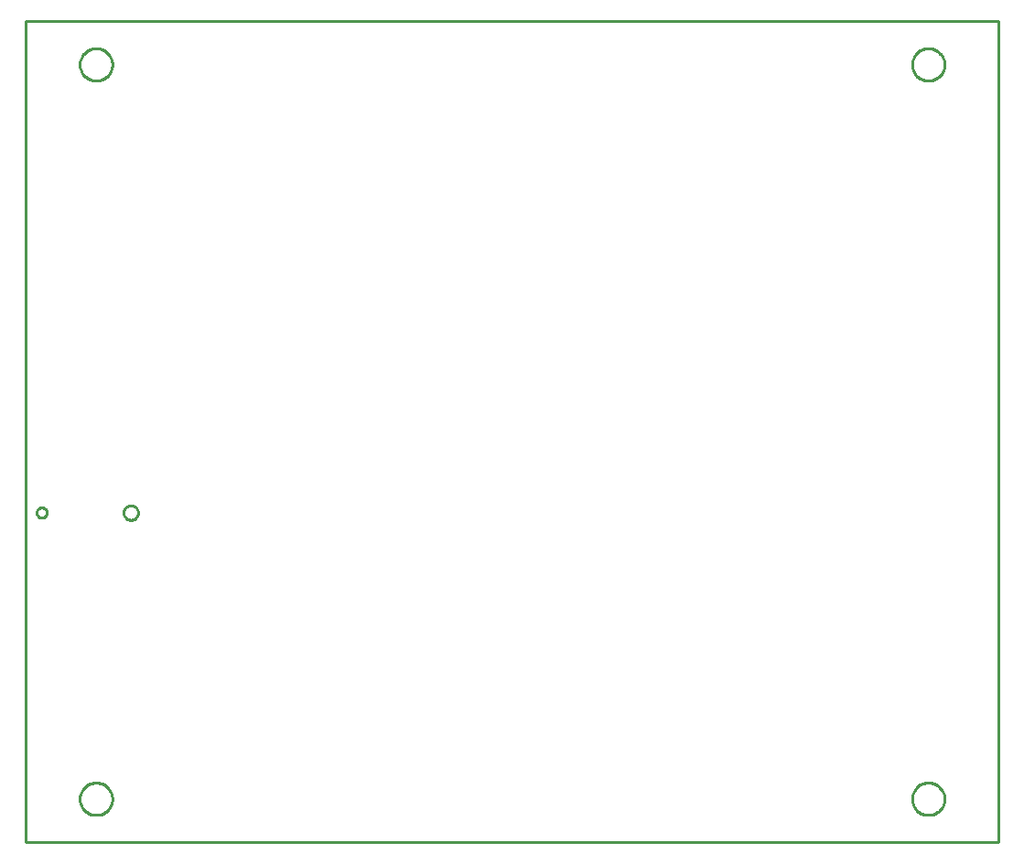
<source format=gko>
G04 EAGLE Gerber RS-274X export*
G75*
%MOMM*%
%FSLAX34Y34*%
%LPD*%
%IN*%
%IPPOS*%
%AMOC8*
5,1,8,0,0,1.08239X$1,22.5*%
G01*
%ADD10C,0.000000*%
%ADD11C,0.254000*%


D10*
X900000Y0D02*
X900000Y760000D01*
X0Y760000D01*
X0Y0D01*
X900000Y0D01*
X50000Y720000D02*
X50005Y720368D01*
X50018Y720736D01*
X50041Y721103D01*
X50072Y721470D01*
X50113Y721836D01*
X50162Y722201D01*
X50221Y722564D01*
X50288Y722926D01*
X50364Y723287D01*
X50450Y723645D01*
X50543Y724001D01*
X50646Y724354D01*
X50757Y724705D01*
X50877Y725053D01*
X51005Y725398D01*
X51142Y725740D01*
X51287Y726079D01*
X51440Y726413D01*
X51602Y726744D01*
X51771Y727071D01*
X51949Y727393D01*
X52134Y727712D01*
X52327Y728025D01*
X52528Y728334D01*
X52736Y728637D01*
X52952Y728935D01*
X53175Y729228D01*
X53405Y729516D01*
X53642Y729798D01*
X53886Y730073D01*
X54136Y730343D01*
X54393Y730607D01*
X54657Y730864D01*
X54927Y731114D01*
X55202Y731358D01*
X55484Y731595D01*
X55772Y731825D01*
X56065Y732048D01*
X56363Y732264D01*
X56666Y732472D01*
X56975Y732673D01*
X57288Y732866D01*
X57607Y733051D01*
X57929Y733229D01*
X58256Y733398D01*
X58587Y733560D01*
X58921Y733713D01*
X59260Y733858D01*
X59602Y733995D01*
X59947Y734123D01*
X60295Y734243D01*
X60646Y734354D01*
X60999Y734457D01*
X61355Y734550D01*
X61713Y734636D01*
X62074Y734712D01*
X62436Y734779D01*
X62799Y734838D01*
X63164Y734887D01*
X63530Y734928D01*
X63897Y734959D01*
X64264Y734982D01*
X64632Y734995D01*
X65000Y735000D01*
X65368Y734995D01*
X65736Y734982D01*
X66103Y734959D01*
X66470Y734928D01*
X66836Y734887D01*
X67201Y734838D01*
X67564Y734779D01*
X67926Y734712D01*
X68287Y734636D01*
X68645Y734550D01*
X69001Y734457D01*
X69354Y734354D01*
X69705Y734243D01*
X70053Y734123D01*
X70398Y733995D01*
X70740Y733858D01*
X71079Y733713D01*
X71413Y733560D01*
X71744Y733398D01*
X72071Y733229D01*
X72393Y733051D01*
X72712Y732866D01*
X73025Y732673D01*
X73334Y732472D01*
X73637Y732264D01*
X73935Y732048D01*
X74228Y731825D01*
X74516Y731595D01*
X74798Y731358D01*
X75073Y731114D01*
X75343Y730864D01*
X75607Y730607D01*
X75864Y730343D01*
X76114Y730073D01*
X76358Y729798D01*
X76595Y729516D01*
X76825Y729228D01*
X77048Y728935D01*
X77264Y728637D01*
X77472Y728334D01*
X77673Y728025D01*
X77866Y727712D01*
X78051Y727393D01*
X78229Y727071D01*
X78398Y726744D01*
X78560Y726413D01*
X78713Y726079D01*
X78858Y725740D01*
X78995Y725398D01*
X79123Y725053D01*
X79243Y724705D01*
X79354Y724354D01*
X79457Y724001D01*
X79550Y723645D01*
X79636Y723287D01*
X79712Y722926D01*
X79779Y722564D01*
X79838Y722201D01*
X79887Y721836D01*
X79928Y721470D01*
X79959Y721103D01*
X79982Y720736D01*
X79995Y720368D01*
X80000Y720000D01*
X79995Y719632D01*
X79982Y719264D01*
X79959Y718897D01*
X79928Y718530D01*
X79887Y718164D01*
X79838Y717799D01*
X79779Y717436D01*
X79712Y717074D01*
X79636Y716713D01*
X79550Y716355D01*
X79457Y715999D01*
X79354Y715646D01*
X79243Y715295D01*
X79123Y714947D01*
X78995Y714602D01*
X78858Y714260D01*
X78713Y713921D01*
X78560Y713587D01*
X78398Y713256D01*
X78229Y712929D01*
X78051Y712607D01*
X77866Y712288D01*
X77673Y711975D01*
X77472Y711666D01*
X77264Y711363D01*
X77048Y711065D01*
X76825Y710772D01*
X76595Y710484D01*
X76358Y710202D01*
X76114Y709927D01*
X75864Y709657D01*
X75607Y709393D01*
X75343Y709136D01*
X75073Y708886D01*
X74798Y708642D01*
X74516Y708405D01*
X74228Y708175D01*
X73935Y707952D01*
X73637Y707736D01*
X73334Y707528D01*
X73025Y707327D01*
X72712Y707134D01*
X72393Y706949D01*
X72071Y706771D01*
X71744Y706602D01*
X71413Y706440D01*
X71079Y706287D01*
X70740Y706142D01*
X70398Y706005D01*
X70053Y705877D01*
X69705Y705757D01*
X69354Y705646D01*
X69001Y705543D01*
X68645Y705450D01*
X68287Y705364D01*
X67926Y705288D01*
X67564Y705221D01*
X67201Y705162D01*
X66836Y705113D01*
X66470Y705072D01*
X66103Y705041D01*
X65736Y705018D01*
X65368Y705005D01*
X65000Y705000D01*
X64632Y705005D01*
X64264Y705018D01*
X63897Y705041D01*
X63530Y705072D01*
X63164Y705113D01*
X62799Y705162D01*
X62436Y705221D01*
X62074Y705288D01*
X61713Y705364D01*
X61355Y705450D01*
X60999Y705543D01*
X60646Y705646D01*
X60295Y705757D01*
X59947Y705877D01*
X59602Y706005D01*
X59260Y706142D01*
X58921Y706287D01*
X58587Y706440D01*
X58256Y706602D01*
X57929Y706771D01*
X57607Y706949D01*
X57288Y707134D01*
X56975Y707327D01*
X56666Y707528D01*
X56363Y707736D01*
X56065Y707952D01*
X55772Y708175D01*
X55484Y708405D01*
X55202Y708642D01*
X54927Y708886D01*
X54657Y709136D01*
X54393Y709393D01*
X54136Y709657D01*
X53886Y709927D01*
X53642Y710202D01*
X53405Y710484D01*
X53175Y710772D01*
X52952Y711065D01*
X52736Y711363D01*
X52528Y711666D01*
X52327Y711975D01*
X52134Y712288D01*
X51949Y712607D01*
X51771Y712929D01*
X51602Y713256D01*
X51440Y713587D01*
X51287Y713921D01*
X51142Y714260D01*
X51005Y714602D01*
X50877Y714947D01*
X50757Y715295D01*
X50646Y715646D01*
X50543Y715999D01*
X50450Y716355D01*
X50364Y716713D01*
X50288Y717074D01*
X50221Y717436D01*
X50162Y717799D01*
X50113Y718164D01*
X50072Y718530D01*
X50041Y718897D01*
X50018Y719264D01*
X50005Y719632D01*
X50000Y720000D01*
X820000Y720000D02*
X820005Y720368D01*
X820018Y720736D01*
X820041Y721103D01*
X820072Y721470D01*
X820113Y721836D01*
X820162Y722201D01*
X820221Y722564D01*
X820288Y722926D01*
X820364Y723287D01*
X820450Y723645D01*
X820543Y724001D01*
X820646Y724354D01*
X820757Y724705D01*
X820877Y725053D01*
X821005Y725398D01*
X821142Y725740D01*
X821287Y726079D01*
X821440Y726413D01*
X821602Y726744D01*
X821771Y727071D01*
X821949Y727393D01*
X822134Y727712D01*
X822327Y728025D01*
X822528Y728334D01*
X822736Y728637D01*
X822952Y728935D01*
X823175Y729228D01*
X823405Y729516D01*
X823642Y729798D01*
X823886Y730073D01*
X824136Y730343D01*
X824393Y730607D01*
X824657Y730864D01*
X824927Y731114D01*
X825202Y731358D01*
X825484Y731595D01*
X825772Y731825D01*
X826065Y732048D01*
X826363Y732264D01*
X826666Y732472D01*
X826975Y732673D01*
X827288Y732866D01*
X827607Y733051D01*
X827929Y733229D01*
X828256Y733398D01*
X828587Y733560D01*
X828921Y733713D01*
X829260Y733858D01*
X829602Y733995D01*
X829947Y734123D01*
X830295Y734243D01*
X830646Y734354D01*
X830999Y734457D01*
X831355Y734550D01*
X831713Y734636D01*
X832074Y734712D01*
X832436Y734779D01*
X832799Y734838D01*
X833164Y734887D01*
X833530Y734928D01*
X833897Y734959D01*
X834264Y734982D01*
X834632Y734995D01*
X835000Y735000D01*
X835368Y734995D01*
X835736Y734982D01*
X836103Y734959D01*
X836470Y734928D01*
X836836Y734887D01*
X837201Y734838D01*
X837564Y734779D01*
X837926Y734712D01*
X838287Y734636D01*
X838645Y734550D01*
X839001Y734457D01*
X839354Y734354D01*
X839705Y734243D01*
X840053Y734123D01*
X840398Y733995D01*
X840740Y733858D01*
X841079Y733713D01*
X841413Y733560D01*
X841744Y733398D01*
X842071Y733229D01*
X842393Y733051D01*
X842712Y732866D01*
X843025Y732673D01*
X843334Y732472D01*
X843637Y732264D01*
X843935Y732048D01*
X844228Y731825D01*
X844516Y731595D01*
X844798Y731358D01*
X845073Y731114D01*
X845343Y730864D01*
X845607Y730607D01*
X845864Y730343D01*
X846114Y730073D01*
X846358Y729798D01*
X846595Y729516D01*
X846825Y729228D01*
X847048Y728935D01*
X847264Y728637D01*
X847472Y728334D01*
X847673Y728025D01*
X847866Y727712D01*
X848051Y727393D01*
X848229Y727071D01*
X848398Y726744D01*
X848560Y726413D01*
X848713Y726079D01*
X848858Y725740D01*
X848995Y725398D01*
X849123Y725053D01*
X849243Y724705D01*
X849354Y724354D01*
X849457Y724001D01*
X849550Y723645D01*
X849636Y723287D01*
X849712Y722926D01*
X849779Y722564D01*
X849838Y722201D01*
X849887Y721836D01*
X849928Y721470D01*
X849959Y721103D01*
X849982Y720736D01*
X849995Y720368D01*
X850000Y720000D01*
X849995Y719632D01*
X849982Y719264D01*
X849959Y718897D01*
X849928Y718530D01*
X849887Y718164D01*
X849838Y717799D01*
X849779Y717436D01*
X849712Y717074D01*
X849636Y716713D01*
X849550Y716355D01*
X849457Y715999D01*
X849354Y715646D01*
X849243Y715295D01*
X849123Y714947D01*
X848995Y714602D01*
X848858Y714260D01*
X848713Y713921D01*
X848560Y713587D01*
X848398Y713256D01*
X848229Y712929D01*
X848051Y712607D01*
X847866Y712288D01*
X847673Y711975D01*
X847472Y711666D01*
X847264Y711363D01*
X847048Y711065D01*
X846825Y710772D01*
X846595Y710484D01*
X846358Y710202D01*
X846114Y709927D01*
X845864Y709657D01*
X845607Y709393D01*
X845343Y709136D01*
X845073Y708886D01*
X844798Y708642D01*
X844516Y708405D01*
X844228Y708175D01*
X843935Y707952D01*
X843637Y707736D01*
X843334Y707528D01*
X843025Y707327D01*
X842712Y707134D01*
X842393Y706949D01*
X842071Y706771D01*
X841744Y706602D01*
X841413Y706440D01*
X841079Y706287D01*
X840740Y706142D01*
X840398Y706005D01*
X840053Y705877D01*
X839705Y705757D01*
X839354Y705646D01*
X839001Y705543D01*
X838645Y705450D01*
X838287Y705364D01*
X837926Y705288D01*
X837564Y705221D01*
X837201Y705162D01*
X836836Y705113D01*
X836470Y705072D01*
X836103Y705041D01*
X835736Y705018D01*
X835368Y705005D01*
X835000Y705000D01*
X834632Y705005D01*
X834264Y705018D01*
X833897Y705041D01*
X833530Y705072D01*
X833164Y705113D01*
X832799Y705162D01*
X832436Y705221D01*
X832074Y705288D01*
X831713Y705364D01*
X831355Y705450D01*
X830999Y705543D01*
X830646Y705646D01*
X830295Y705757D01*
X829947Y705877D01*
X829602Y706005D01*
X829260Y706142D01*
X828921Y706287D01*
X828587Y706440D01*
X828256Y706602D01*
X827929Y706771D01*
X827607Y706949D01*
X827288Y707134D01*
X826975Y707327D01*
X826666Y707528D01*
X826363Y707736D01*
X826065Y707952D01*
X825772Y708175D01*
X825484Y708405D01*
X825202Y708642D01*
X824927Y708886D01*
X824657Y709136D01*
X824393Y709393D01*
X824136Y709657D01*
X823886Y709927D01*
X823642Y710202D01*
X823405Y710484D01*
X823175Y710772D01*
X822952Y711065D01*
X822736Y711363D01*
X822528Y711666D01*
X822327Y711975D01*
X822134Y712288D01*
X821949Y712607D01*
X821771Y712929D01*
X821602Y713256D01*
X821440Y713587D01*
X821287Y713921D01*
X821142Y714260D01*
X821005Y714602D01*
X820877Y714947D01*
X820757Y715295D01*
X820646Y715646D01*
X820543Y715999D01*
X820450Y716355D01*
X820364Y716713D01*
X820288Y717074D01*
X820221Y717436D01*
X820162Y717799D01*
X820113Y718164D01*
X820072Y718530D01*
X820041Y718897D01*
X820018Y719264D01*
X820005Y719632D01*
X820000Y720000D01*
X820000Y40000D02*
X820005Y40368D01*
X820018Y40736D01*
X820041Y41103D01*
X820072Y41470D01*
X820113Y41836D01*
X820162Y42201D01*
X820221Y42564D01*
X820288Y42926D01*
X820364Y43287D01*
X820450Y43645D01*
X820543Y44001D01*
X820646Y44354D01*
X820757Y44705D01*
X820877Y45053D01*
X821005Y45398D01*
X821142Y45740D01*
X821287Y46079D01*
X821440Y46413D01*
X821602Y46744D01*
X821771Y47071D01*
X821949Y47393D01*
X822134Y47712D01*
X822327Y48025D01*
X822528Y48334D01*
X822736Y48637D01*
X822952Y48935D01*
X823175Y49228D01*
X823405Y49516D01*
X823642Y49798D01*
X823886Y50073D01*
X824136Y50343D01*
X824393Y50607D01*
X824657Y50864D01*
X824927Y51114D01*
X825202Y51358D01*
X825484Y51595D01*
X825772Y51825D01*
X826065Y52048D01*
X826363Y52264D01*
X826666Y52472D01*
X826975Y52673D01*
X827288Y52866D01*
X827607Y53051D01*
X827929Y53229D01*
X828256Y53398D01*
X828587Y53560D01*
X828921Y53713D01*
X829260Y53858D01*
X829602Y53995D01*
X829947Y54123D01*
X830295Y54243D01*
X830646Y54354D01*
X830999Y54457D01*
X831355Y54550D01*
X831713Y54636D01*
X832074Y54712D01*
X832436Y54779D01*
X832799Y54838D01*
X833164Y54887D01*
X833530Y54928D01*
X833897Y54959D01*
X834264Y54982D01*
X834632Y54995D01*
X835000Y55000D01*
X835368Y54995D01*
X835736Y54982D01*
X836103Y54959D01*
X836470Y54928D01*
X836836Y54887D01*
X837201Y54838D01*
X837564Y54779D01*
X837926Y54712D01*
X838287Y54636D01*
X838645Y54550D01*
X839001Y54457D01*
X839354Y54354D01*
X839705Y54243D01*
X840053Y54123D01*
X840398Y53995D01*
X840740Y53858D01*
X841079Y53713D01*
X841413Y53560D01*
X841744Y53398D01*
X842071Y53229D01*
X842393Y53051D01*
X842712Y52866D01*
X843025Y52673D01*
X843334Y52472D01*
X843637Y52264D01*
X843935Y52048D01*
X844228Y51825D01*
X844516Y51595D01*
X844798Y51358D01*
X845073Y51114D01*
X845343Y50864D01*
X845607Y50607D01*
X845864Y50343D01*
X846114Y50073D01*
X846358Y49798D01*
X846595Y49516D01*
X846825Y49228D01*
X847048Y48935D01*
X847264Y48637D01*
X847472Y48334D01*
X847673Y48025D01*
X847866Y47712D01*
X848051Y47393D01*
X848229Y47071D01*
X848398Y46744D01*
X848560Y46413D01*
X848713Y46079D01*
X848858Y45740D01*
X848995Y45398D01*
X849123Y45053D01*
X849243Y44705D01*
X849354Y44354D01*
X849457Y44001D01*
X849550Y43645D01*
X849636Y43287D01*
X849712Y42926D01*
X849779Y42564D01*
X849838Y42201D01*
X849887Y41836D01*
X849928Y41470D01*
X849959Y41103D01*
X849982Y40736D01*
X849995Y40368D01*
X850000Y40000D01*
X849995Y39632D01*
X849982Y39264D01*
X849959Y38897D01*
X849928Y38530D01*
X849887Y38164D01*
X849838Y37799D01*
X849779Y37436D01*
X849712Y37074D01*
X849636Y36713D01*
X849550Y36355D01*
X849457Y35999D01*
X849354Y35646D01*
X849243Y35295D01*
X849123Y34947D01*
X848995Y34602D01*
X848858Y34260D01*
X848713Y33921D01*
X848560Y33587D01*
X848398Y33256D01*
X848229Y32929D01*
X848051Y32607D01*
X847866Y32288D01*
X847673Y31975D01*
X847472Y31666D01*
X847264Y31363D01*
X847048Y31065D01*
X846825Y30772D01*
X846595Y30484D01*
X846358Y30202D01*
X846114Y29927D01*
X845864Y29657D01*
X845607Y29393D01*
X845343Y29136D01*
X845073Y28886D01*
X844798Y28642D01*
X844516Y28405D01*
X844228Y28175D01*
X843935Y27952D01*
X843637Y27736D01*
X843334Y27528D01*
X843025Y27327D01*
X842712Y27134D01*
X842393Y26949D01*
X842071Y26771D01*
X841744Y26602D01*
X841413Y26440D01*
X841079Y26287D01*
X840740Y26142D01*
X840398Y26005D01*
X840053Y25877D01*
X839705Y25757D01*
X839354Y25646D01*
X839001Y25543D01*
X838645Y25450D01*
X838287Y25364D01*
X837926Y25288D01*
X837564Y25221D01*
X837201Y25162D01*
X836836Y25113D01*
X836470Y25072D01*
X836103Y25041D01*
X835736Y25018D01*
X835368Y25005D01*
X835000Y25000D01*
X834632Y25005D01*
X834264Y25018D01*
X833897Y25041D01*
X833530Y25072D01*
X833164Y25113D01*
X832799Y25162D01*
X832436Y25221D01*
X832074Y25288D01*
X831713Y25364D01*
X831355Y25450D01*
X830999Y25543D01*
X830646Y25646D01*
X830295Y25757D01*
X829947Y25877D01*
X829602Y26005D01*
X829260Y26142D01*
X828921Y26287D01*
X828587Y26440D01*
X828256Y26602D01*
X827929Y26771D01*
X827607Y26949D01*
X827288Y27134D01*
X826975Y27327D01*
X826666Y27528D01*
X826363Y27736D01*
X826065Y27952D01*
X825772Y28175D01*
X825484Y28405D01*
X825202Y28642D01*
X824927Y28886D01*
X824657Y29136D01*
X824393Y29393D01*
X824136Y29657D01*
X823886Y29927D01*
X823642Y30202D01*
X823405Y30484D01*
X823175Y30772D01*
X822952Y31065D01*
X822736Y31363D01*
X822528Y31666D01*
X822327Y31975D01*
X822134Y32288D01*
X821949Y32607D01*
X821771Y32929D01*
X821602Y33256D01*
X821440Y33587D01*
X821287Y33921D01*
X821142Y34260D01*
X821005Y34602D01*
X820877Y34947D01*
X820757Y35295D01*
X820646Y35646D01*
X820543Y35999D01*
X820450Y36355D01*
X820364Y36713D01*
X820288Y37074D01*
X820221Y37436D01*
X820162Y37799D01*
X820113Y38164D01*
X820072Y38530D01*
X820041Y38897D01*
X820018Y39264D01*
X820005Y39632D01*
X820000Y40000D01*
X50000Y40000D02*
X50005Y40368D01*
X50018Y40736D01*
X50041Y41103D01*
X50072Y41470D01*
X50113Y41836D01*
X50162Y42201D01*
X50221Y42564D01*
X50288Y42926D01*
X50364Y43287D01*
X50450Y43645D01*
X50543Y44001D01*
X50646Y44354D01*
X50757Y44705D01*
X50877Y45053D01*
X51005Y45398D01*
X51142Y45740D01*
X51287Y46079D01*
X51440Y46413D01*
X51602Y46744D01*
X51771Y47071D01*
X51949Y47393D01*
X52134Y47712D01*
X52327Y48025D01*
X52528Y48334D01*
X52736Y48637D01*
X52952Y48935D01*
X53175Y49228D01*
X53405Y49516D01*
X53642Y49798D01*
X53886Y50073D01*
X54136Y50343D01*
X54393Y50607D01*
X54657Y50864D01*
X54927Y51114D01*
X55202Y51358D01*
X55484Y51595D01*
X55772Y51825D01*
X56065Y52048D01*
X56363Y52264D01*
X56666Y52472D01*
X56975Y52673D01*
X57288Y52866D01*
X57607Y53051D01*
X57929Y53229D01*
X58256Y53398D01*
X58587Y53560D01*
X58921Y53713D01*
X59260Y53858D01*
X59602Y53995D01*
X59947Y54123D01*
X60295Y54243D01*
X60646Y54354D01*
X60999Y54457D01*
X61355Y54550D01*
X61713Y54636D01*
X62074Y54712D01*
X62436Y54779D01*
X62799Y54838D01*
X63164Y54887D01*
X63530Y54928D01*
X63897Y54959D01*
X64264Y54982D01*
X64632Y54995D01*
X65000Y55000D01*
X65368Y54995D01*
X65736Y54982D01*
X66103Y54959D01*
X66470Y54928D01*
X66836Y54887D01*
X67201Y54838D01*
X67564Y54779D01*
X67926Y54712D01*
X68287Y54636D01*
X68645Y54550D01*
X69001Y54457D01*
X69354Y54354D01*
X69705Y54243D01*
X70053Y54123D01*
X70398Y53995D01*
X70740Y53858D01*
X71079Y53713D01*
X71413Y53560D01*
X71744Y53398D01*
X72071Y53229D01*
X72393Y53051D01*
X72712Y52866D01*
X73025Y52673D01*
X73334Y52472D01*
X73637Y52264D01*
X73935Y52048D01*
X74228Y51825D01*
X74516Y51595D01*
X74798Y51358D01*
X75073Y51114D01*
X75343Y50864D01*
X75607Y50607D01*
X75864Y50343D01*
X76114Y50073D01*
X76358Y49798D01*
X76595Y49516D01*
X76825Y49228D01*
X77048Y48935D01*
X77264Y48637D01*
X77472Y48334D01*
X77673Y48025D01*
X77866Y47712D01*
X78051Y47393D01*
X78229Y47071D01*
X78398Y46744D01*
X78560Y46413D01*
X78713Y46079D01*
X78858Y45740D01*
X78995Y45398D01*
X79123Y45053D01*
X79243Y44705D01*
X79354Y44354D01*
X79457Y44001D01*
X79550Y43645D01*
X79636Y43287D01*
X79712Y42926D01*
X79779Y42564D01*
X79838Y42201D01*
X79887Y41836D01*
X79928Y41470D01*
X79959Y41103D01*
X79982Y40736D01*
X79995Y40368D01*
X80000Y40000D01*
X79995Y39632D01*
X79982Y39264D01*
X79959Y38897D01*
X79928Y38530D01*
X79887Y38164D01*
X79838Y37799D01*
X79779Y37436D01*
X79712Y37074D01*
X79636Y36713D01*
X79550Y36355D01*
X79457Y35999D01*
X79354Y35646D01*
X79243Y35295D01*
X79123Y34947D01*
X78995Y34602D01*
X78858Y34260D01*
X78713Y33921D01*
X78560Y33587D01*
X78398Y33256D01*
X78229Y32929D01*
X78051Y32607D01*
X77866Y32288D01*
X77673Y31975D01*
X77472Y31666D01*
X77264Y31363D01*
X77048Y31065D01*
X76825Y30772D01*
X76595Y30484D01*
X76358Y30202D01*
X76114Y29927D01*
X75864Y29657D01*
X75607Y29393D01*
X75343Y29136D01*
X75073Y28886D01*
X74798Y28642D01*
X74516Y28405D01*
X74228Y28175D01*
X73935Y27952D01*
X73637Y27736D01*
X73334Y27528D01*
X73025Y27327D01*
X72712Y27134D01*
X72393Y26949D01*
X72071Y26771D01*
X71744Y26602D01*
X71413Y26440D01*
X71079Y26287D01*
X70740Y26142D01*
X70398Y26005D01*
X70053Y25877D01*
X69705Y25757D01*
X69354Y25646D01*
X69001Y25543D01*
X68645Y25450D01*
X68287Y25364D01*
X67926Y25288D01*
X67564Y25221D01*
X67201Y25162D01*
X66836Y25113D01*
X66470Y25072D01*
X66103Y25041D01*
X65736Y25018D01*
X65368Y25005D01*
X65000Y25000D01*
X64632Y25005D01*
X64264Y25018D01*
X63897Y25041D01*
X63530Y25072D01*
X63164Y25113D01*
X62799Y25162D01*
X62436Y25221D01*
X62074Y25288D01*
X61713Y25364D01*
X61355Y25450D01*
X60999Y25543D01*
X60646Y25646D01*
X60295Y25757D01*
X59947Y25877D01*
X59602Y26005D01*
X59260Y26142D01*
X58921Y26287D01*
X58587Y26440D01*
X58256Y26602D01*
X57929Y26771D01*
X57607Y26949D01*
X57288Y27134D01*
X56975Y27327D01*
X56666Y27528D01*
X56363Y27736D01*
X56065Y27952D01*
X55772Y28175D01*
X55484Y28405D01*
X55202Y28642D01*
X54927Y28886D01*
X54657Y29136D01*
X54393Y29393D01*
X54136Y29657D01*
X53886Y29927D01*
X53642Y30202D01*
X53405Y30484D01*
X53175Y30772D01*
X52952Y31065D01*
X52736Y31363D01*
X52528Y31666D01*
X52327Y31975D01*
X52134Y32288D01*
X51949Y32607D01*
X51771Y32929D01*
X51602Y33256D01*
X51440Y33587D01*
X51287Y33921D01*
X51142Y34260D01*
X51005Y34602D01*
X50877Y34947D01*
X50757Y35295D01*
X50646Y35646D01*
X50543Y35999D01*
X50450Y36355D01*
X50364Y36713D01*
X50288Y37074D01*
X50221Y37436D01*
X50162Y37799D01*
X50113Y38164D01*
X50072Y38530D01*
X50041Y38897D01*
X50018Y39264D01*
X50005Y39632D01*
X50000Y40000D01*
X90450Y305000D02*
X90452Y305166D01*
X90458Y305331D01*
X90468Y305497D01*
X90483Y305662D01*
X90501Y305826D01*
X90523Y305990D01*
X90549Y306154D01*
X90580Y306317D01*
X90614Y306479D01*
X90652Y306640D01*
X90695Y306800D01*
X90741Y306959D01*
X90791Y307117D01*
X90845Y307274D01*
X90902Y307429D01*
X90964Y307583D01*
X91029Y307735D01*
X91098Y307886D01*
X91171Y308035D01*
X91247Y308182D01*
X91327Y308327D01*
X91410Y308470D01*
X91497Y308611D01*
X91588Y308750D01*
X91681Y308887D01*
X91778Y309021D01*
X91879Y309153D01*
X91982Y309282D01*
X92089Y309409D01*
X92199Y309533D01*
X92311Y309654D01*
X92427Y309773D01*
X92546Y309889D01*
X92667Y310001D01*
X92791Y310111D01*
X92918Y310218D01*
X93047Y310321D01*
X93179Y310422D01*
X93313Y310519D01*
X93450Y310612D01*
X93589Y310703D01*
X93730Y310790D01*
X93873Y310873D01*
X94018Y310953D01*
X94165Y311029D01*
X94314Y311102D01*
X94465Y311171D01*
X94617Y311236D01*
X94771Y311298D01*
X94926Y311355D01*
X95083Y311409D01*
X95241Y311459D01*
X95400Y311505D01*
X95560Y311548D01*
X95721Y311586D01*
X95883Y311620D01*
X96046Y311651D01*
X96210Y311677D01*
X96374Y311699D01*
X96538Y311717D01*
X96703Y311732D01*
X96869Y311742D01*
X97034Y311748D01*
X97200Y311750D01*
X97366Y311748D01*
X97531Y311742D01*
X97697Y311732D01*
X97862Y311717D01*
X98026Y311699D01*
X98190Y311677D01*
X98354Y311651D01*
X98517Y311620D01*
X98679Y311586D01*
X98840Y311548D01*
X99000Y311505D01*
X99159Y311459D01*
X99317Y311409D01*
X99474Y311355D01*
X99629Y311298D01*
X99783Y311236D01*
X99935Y311171D01*
X100086Y311102D01*
X100235Y311029D01*
X100382Y310953D01*
X100527Y310873D01*
X100670Y310790D01*
X100811Y310703D01*
X100950Y310612D01*
X101087Y310519D01*
X101221Y310422D01*
X101353Y310321D01*
X101482Y310218D01*
X101609Y310111D01*
X101733Y310001D01*
X101854Y309889D01*
X101973Y309773D01*
X102089Y309654D01*
X102201Y309533D01*
X102311Y309409D01*
X102418Y309282D01*
X102521Y309153D01*
X102622Y309021D01*
X102719Y308887D01*
X102812Y308750D01*
X102903Y308611D01*
X102990Y308470D01*
X103073Y308327D01*
X103153Y308182D01*
X103229Y308035D01*
X103302Y307886D01*
X103371Y307735D01*
X103436Y307583D01*
X103498Y307429D01*
X103555Y307274D01*
X103609Y307117D01*
X103659Y306959D01*
X103705Y306800D01*
X103748Y306640D01*
X103786Y306479D01*
X103820Y306317D01*
X103851Y306154D01*
X103877Y305990D01*
X103899Y305826D01*
X103917Y305662D01*
X103932Y305497D01*
X103942Y305331D01*
X103948Y305166D01*
X103950Y305000D01*
X103948Y304834D01*
X103942Y304669D01*
X103932Y304503D01*
X103917Y304338D01*
X103899Y304174D01*
X103877Y304010D01*
X103851Y303846D01*
X103820Y303683D01*
X103786Y303521D01*
X103748Y303360D01*
X103705Y303200D01*
X103659Y303041D01*
X103609Y302883D01*
X103555Y302726D01*
X103498Y302571D01*
X103436Y302417D01*
X103371Y302265D01*
X103302Y302114D01*
X103229Y301965D01*
X103153Y301818D01*
X103073Y301673D01*
X102990Y301530D01*
X102903Y301389D01*
X102812Y301250D01*
X102719Y301113D01*
X102622Y300979D01*
X102521Y300847D01*
X102418Y300718D01*
X102311Y300591D01*
X102201Y300467D01*
X102089Y300346D01*
X101973Y300227D01*
X101854Y300111D01*
X101733Y299999D01*
X101609Y299889D01*
X101482Y299782D01*
X101353Y299679D01*
X101221Y299578D01*
X101087Y299481D01*
X100950Y299388D01*
X100811Y299297D01*
X100670Y299210D01*
X100527Y299127D01*
X100382Y299047D01*
X100235Y298971D01*
X100086Y298898D01*
X99935Y298829D01*
X99783Y298764D01*
X99629Y298702D01*
X99474Y298645D01*
X99317Y298591D01*
X99159Y298541D01*
X99000Y298495D01*
X98840Y298452D01*
X98679Y298414D01*
X98517Y298380D01*
X98354Y298349D01*
X98190Y298323D01*
X98026Y298301D01*
X97862Y298283D01*
X97697Y298268D01*
X97531Y298258D01*
X97366Y298252D01*
X97200Y298250D01*
X97034Y298252D01*
X96869Y298258D01*
X96703Y298268D01*
X96538Y298283D01*
X96374Y298301D01*
X96210Y298323D01*
X96046Y298349D01*
X95883Y298380D01*
X95721Y298414D01*
X95560Y298452D01*
X95400Y298495D01*
X95241Y298541D01*
X95083Y298591D01*
X94926Y298645D01*
X94771Y298702D01*
X94617Y298764D01*
X94465Y298829D01*
X94314Y298898D01*
X94165Y298971D01*
X94018Y299047D01*
X93873Y299127D01*
X93730Y299210D01*
X93589Y299297D01*
X93450Y299388D01*
X93313Y299481D01*
X93179Y299578D01*
X93047Y299679D01*
X92918Y299782D01*
X92791Y299889D01*
X92667Y299999D01*
X92546Y300111D01*
X92427Y300227D01*
X92311Y300346D01*
X92199Y300467D01*
X92089Y300591D01*
X91982Y300718D01*
X91879Y300847D01*
X91778Y300979D01*
X91681Y301113D01*
X91588Y301250D01*
X91497Y301389D01*
X91410Y301530D01*
X91327Y301673D01*
X91247Y301818D01*
X91171Y301965D01*
X91098Y302114D01*
X91029Y302265D01*
X90964Y302417D01*
X90902Y302571D01*
X90845Y302726D01*
X90791Y302883D01*
X90741Y303041D01*
X90695Y303200D01*
X90652Y303360D01*
X90614Y303521D01*
X90580Y303683D01*
X90549Y303846D01*
X90523Y304010D01*
X90501Y304174D01*
X90483Y304338D01*
X90468Y304503D01*
X90458Y304669D01*
X90452Y304834D01*
X90450Y305000D01*
X10050Y305000D02*
X10052Y305138D01*
X10058Y305275D01*
X10068Y305412D01*
X10082Y305549D01*
X10100Y305685D01*
X10122Y305821D01*
X10147Y305956D01*
X10177Y306090D01*
X10210Y306224D01*
X10248Y306356D01*
X10289Y306487D01*
X10334Y306617D01*
X10383Y306746D01*
X10435Y306873D01*
X10491Y306999D01*
X10551Y307123D01*
X10614Y307245D01*
X10681Y307365D01*
X10751Y307483D01*
X10824Y307600D01*
X10901Y307714D01*
X10982Y307825D01*
X11065Y307935D01*
X11151Y308042D01*
X11241Y308146D01*
X11334Y308248D01*
X11429Y308347D01*
X11527Y308443D01*
X11628Y308536D01*
X11732Y308626D01*
X11838Y308714D01*
X11947Y308798D01*
X12058Y308879D01*
X12172Y308957D01*
X12287Y309031D01*
X12405Y309102D01*
X12525Y309170D01*
X12647Y309234D01*
X12770Y309294D01*
X12895Y309351D01*
X13022Y309405D01*
X13150Y309454D01*
X13280Y309500D01*
X13411Y309542D01*
X13543Y309581D01*
X13676Y309615D01*
X13810Y309646D01*
X13945Y309672D01*
X14081Y309695D01*
X14217Y309714D01*
X14354Y309729D01*
X14491Y309740D01*
X14628Y309747D01*
X14766Y309750D01*
X14903Y309749D01*
X15041Y309744D01*
X15178Y309735D01*
X15315Y309722D01*
X15451Y309705D01*
X15587Y309684D01*
X15722Y309660D01*
X15857Y309631D01*
X15991Y309598D01*
X16123Y309562D01*
X16255Y309522D01*
X16385Y309478D01*
X16514Y309430D01*
X16642Y309378D01*
X16768Y309323D01*
X16892Y309265D01*
X17014Y309202D01*
X17135Y309136D01*
X17254Y309067D01*
X17371Y308994D01*
X17485Y308918D01*
X17598Y308839D01*
X17708Y308756D01*
X17815Y308670D01*
X17920Y308582D01*
X18022Y308490D01*
X18122Y308395D01*
X18219Y308297D01*
X18313Y308197D01*
X18404Y308094D01*
X18492Y307988D01*
X18577Y307880D01*
X18659Y307770D01*
X18738Y307657D01*
X18813Y307542D01*
X18885Y307424D01*
X18953Y307305D01*
X19018Y307184D01*
X19080Y307061D01*
X19137Y306936D01*
X19192Y306810D01*
X19242Y306682D01*
X19289Y306553D01*
X19332Y306422D01*
X19371Y306290D01*
X19407Y306157D01*
X19438Y306023D01*
X19466Y305889D01*
X19490Y305753D01*
X19510Y305617D01*
X19526Y305481D01*
X19538Y305344D01*
X19546Y305206D01*
X19550Y305069D01*
X19550Y304931D01*
X19546Y304794D01*
X19538Y304656D01*
X19526Y304519D01*
X19510Y304383D01*
X19490Y304247D01*
X19466Y304111D01*
X19438Y303977D01*
X19407Y303843D01*
X19371Y303710D01*
X19332Y303578D01*
X19289Y303447D01*
X19242Y303318D01*
X19192Y303190D01*
X19137Y303064D01*
X19080Y302939D01*
X19018Y302816D01*
X18953Y302695D01*
X18885Y302576D01*
X18813Y302458D01*
X18738Y302343D01*
X18659Y302230D01*
X18577Y302120D01*
X18492Y302012D01*
X18404Y301906D01*
X18313Y301803D01*
X18219Y301703D01*
X18122Y301605D01*
X18022Y301510D01*
X17920Y301418D01*
X17815Y301330D01*
X17708Y301244D01*
X17598Y301161D01*
X17485Y301082D01*
X17371Y301006D01*
X17254Y300933D01*
X17135Y300864D01*
X17014Y300798D01*
X16892Y300735D01*
X16768Y300677D01*
X16642Y300622D01*
X16514Y300570D01*
X16385Y300522D01*
X16255Y300478D01*
X16123Y300438D01*
X15991Y300402D01*
X15857Y300369D01*
X15722Y300340D01*
X15587Y300316D01*
X15451Y300295D01*
X15315Y300278D01*
X15178Y300265D01*
X15041Y300256D01*
X14903Y300251D01*
X14766Y300250D01*
X14628Y300253D01*
X14491Y300260D01*
X14354Y300271D01*
X14217Y300286D01*
X14081Y300305D01*
X13945Y300328D01*
X13810Y300354D01*
X13676Y300385D01*
X13543Y300419D01*
X13411Y300458D01*
X13280Y300500D01*
X13150Y300546D01*
X13022Y300595D01*
X12895Y300649D01*
X12770Y300706D01*
X12647Y300766D01*
X12525Y300830D01*
X12405Y300898D01*
X12287Y300969D01*
X12172Y301043D01*
X12058Y301121D01*
X11947Y301202D01*
X11838Y301286D01*
X11732Y301374D01*
X11628Y301464D01*
X11527Y301557D01*
X11429Y301653D01*
X11334Y301752D01*
X11241Y301854D01*
X11151Y301958D01*
X11065Y302065D01*
X10982Y302175D01*
X10901Y302286D01*
X10824Y302400D01*
X10751Y302517D01*
X10681Y302635D01*
X10614Y302755D01*
X10551Y302877D01*
X10491Y303001D01*
X10435Y303127D01*
X10383Y303254D01*
X10334Y303383D01*
X10289Y303513D01*
X10248Y303644D01*
X10210Y303776D01*
X10177Y303910D01*
X10147Y304044D01*
X10122Y304179D01*
X10100Y304315D01*
X10082Y304451D01*
X10068Y304588D01*
X10058Y304725D01*
X10052Y304862D01*
X10050Y305000D01*
D11*
X0Y0D02*
X900000Y0D01*
X900000Y760000D01*
X0Y760000D01*
X0Y0D01*
X65536Y735000D02*
X66604Y734924D01*
X67665Y734771D01*
X68712Y734543D01*
X69740Y734241D01*
X70744Y733867D01*
X71719Y733422D01*
X72659Y732908D01*
X73560Y732329D01*
X74418Y731687D01*
X75228Y730985D01*
X75985Y730228D01*
X76687Y729418D01*
X77329Y728560D01*
X77908Y727659D01*
X78422Y726719D01*
X78867Y725744D01*
X79241Y724740D01*
X79543Y723712D01*
X79771Y722665D01*
X79924Y721604D01*
X80000Y720536D01*
X80000Y719464D01*
X79924Y718396D01*
X79771Y717335D01*
X79543Y716288D01*
X79241Y715260D01*
X78867Y714256D01*
X78422Y713281D01*
X77908Y712341D01*
X77329Y711440D01*
X76687Y710582D01*
X75985Y709772D01*
X75228Y709015D01*
X74418Y708313D01*
X73560Y707671D01*
X72659Y707092D01*
X71719Y706578D01*
X70744Y706133D01*
X69740Y705759D01*
X68712Y705457D01*
X67665Y705229D01*
X66604Y705076D01*
X65536Y705000D01*
X64464Y705000D01*
X63396Y705076D01*
X62335Y705229D01*
X61288Y705457D01*
X60260Y705759D01*
X59256Y706133D01*
X58281Y706578D01*
X57341Y707092D01*
X56440Y707671D01*
X55582Y708313D01*
X54772Y709015D01*
X54015Y709772D01*
X53313Y710582D01*
X52671Y711440D01*
X52092Y712341D01*
X51578Y713281D01*
X51133Y714256D01*
X50759Y715260D01*
X50457Y716288D01*
X50229Y717335D01*
X50076Y718396D01*
X50000Y719464D01*
X50000Y720536D01*
X50076Y721604D01*
X50229Y722665D01*
X50457Y723712D01*
X50759Y724740D01*
X51133Y725744D01*
X51578Y726719D01*
X52092Y727659D01*
X52671Y728560D01*
X53313Y729418D01*
X54015Y730228D01*
X54772Y730985D01*
X55582Y731687D01*
X56440Y732329D01*
X57341Y732908D01*
X58281Y733422D01*
X59256Y733867D01*
X60260Y734241D01*
X61288Y734543D01*
X62335Y734771D01*
X63396Y734924D01*
X64464Y735000D01*
X65536Y735000D01*
X835536Y735000D02*
X836604Y734924D01*
X837665Y734771D01*
X838712Y734543D01*
X839740Y734241D01*
X840744Y733867D01*
X841719Y733422D01*
X842659Y732908D01*
X843560Y732329D01*
X844418Y731687D01*
X845228Y730985D01*
X845985Y730228D01*
X846687Y729418D01*
X847329Y728560D01*
X847908Y727659D01*
X848422Y726719D01*
X848867Y725744D01*
X849241Y724740D01*
X849543Y723712D01*
X849771Y722665D01*
X849924Y721604D01*
X850000Y720536D01*
X850000Y719464D01*
X849924Y718396D01*
X849771Y717335D01*
X849543Y716288D01*
X849241Y715260D01*
X848867Y714256D01*
X848422Y713281D01*
X847908Y712341D01*
X847329Y711440D01*
X846687Y710582D01*
X845985Y709772D01*
X845228Y709015D01*
X844418Y708313D01*
X843560Y707671D01*
X842659Y707092D01*
X841719Y706578D01*
X840744Y706133D01*
X839740Y705759D01*
X838712Y705457D01*
X837665Y705229D01*
X836604Y705076D01*
X835536Y705000D01*
X834464Y705000D01*
X833396Y705076D01*
X832335Y705229D01*
X831288Y705457D01*
X830260Y705759D01*
X829256Y706133D01*
X828281Y706578D01*
X827341Y707092D01*
X826440Y707671D01*
X825582Y708313D01*
X824772Y709015D01*
X824015Y709772D01*
X823313Y710582D01*
X822671Y711440D01*
X822092Y712341D01*
X821578Y713281D01*
X821133Y714256D01*
X820759Y715260D01*
X820457Y716288D01*
X820229Y717335D01*
X820076Y718396D01*
X820000Y719464D01*
X820000Y720536D01*
X820076Y721604D01*
X820229Y722665D01*
X820457Y723712D01*
X820759Y724740D01*
X821133Y725744D01*
X821578Y726719D01*
X822092Y727659D01*
X822671Y728560D01*
X823313Y729418D01*
X824015Y730228D01*
X824772Y730985D01*
X825582Y731687D01*
X826440Y732329D01*
X827341Y732908D01*
X828281Y733422D01*
X829256Y733867D01*
X830260Y734241D01*
X831288Y734543D01*
X832335Y734771D01*
X833396Y734924D01*
X834464Y735000D01*
X835536Y735000D01*
X835536Y55000D02*
X836604Y54924D01*
X837665Y54771D01*
X838712Y54543D01*
X839740Y54241D01*
X840744Y53867D01*
X841719Y53422D01*
X842659Y52908D01*
X843560Y52329D01*
X844418Y51687D01*
X845228Y50985D01*
X845985Y50228D01*
X846687Y49418D01*
X847329Y48560D01*
X847908Y47659D01*
X848422Y46719D01*
X848867Y45744D01*
X849241Y44740D01*
X849543Y43712D01*
X849771Y42665D01*
X849924Y41604D01*
X850000Y40536D01*
X850000Y39464D01*
X849924Y38396D01*
X849771Y37335D01*
X849543Y36288D01*
X849241Y35260D01*
X848867Y34256D01*
X848422Y33281D01*
X847908Y32341D01*
X847329Y31440D01*
X846687Y30582D01*
X845985Y29772D01*
X845228Y29015D01*
X844418Y28313D01*
X843560Y27671D01*
X842659Y27092D01*
X841719Y26578D01*
X840744Y26133D01*
X839740Y25759D01*
X838712Y25457D01*
X837665Y25229D01*
X836604Y25076D01*
X835536Y25000D01*
X834464Y25000D01*
X833396Y25076D01*
X832335Y25229D01*
X831288Y25457D01*
X830260Y25759D01*
X829256Y26133D01*
X828281Y26578D01*
X827341Y27092D01*
X826440Y27671D01*
X825582Y28313D01*
X824772Y29015D01*
X824015Y29772D01*
X823313Y30582D01*
X822671Y31440D01*
X822092Y32341D01*
X821578Y33281D01*
X821133Y34256D01*
X820759Y35260D01*
X820457Y36288D01*
X820229Y37335D01*
X820076Y38396D01*
X820000Y39464D01*
X820000Y40536D01*
X820076Y41604D01*
X820229Y42665D01*
X820457Y43712D01*
X820759Y44740D01*
X821133Y45744D01*
X821578Y46719D01*
X822092Y47659D01*
X822671Y48560D01*
X823313Y49418D01*
X824015Y50228D01*
X824772Y50985D01*
X825582Y51687D01*
X826440Y52329D01*
X827341Y52908D01*
X828281Y53422D01*
X829256Y53867D01*
X830260Y54241D01*
X831288Y54543D01*
X832335Y54771D01*
X833396Y54924D01*
X834464Y55000D01*
X835536Y55000D01*
X65536Y55000D02*
X66604Y54924D01*
X67665Y54771D01*
X68712Y54543D01*
X69740Y54241D01*
X70744Y53867D01*
X71719Y53422D01*
X72659Y52908D01*
X73560Y52329D01*
X74418Y51687D01*
X75228Y50985D01*
X75985Y50228D01*
X76687Y49418D01*
X77329Y48560D01*
X77908Y47659D01*
X78422Y46719D01*
X78867Y45744D01*
X79241Y44740D01*
X79543Y43712D01*
X79771Y42665D01*
X79924Y41604D01*
X80000Y40536D01*
X80000Y39464D01*
X79924Y38396D01*
X79771Y37335D01*
X79543Y36288D01*
X79241Y35260D01*
X78867Y34256D01*
X78422Y33281D01*
X77908Y32341D01*
X77329Y31440D01*
X76687Y30582D01*
X75985Y29772D01*
X75228Y29015D01*
X74418Y28313D01*
X73560Y27671D01*
X72659Y27092D01*
X71719Y26578D01*
X70744Y26133D01*
X69740Y25759D01*
X68712Y25457D01*
X67665Y25229D01*
X66604Y25076D01*
X65536Y25000D01*
X64464Y25000D01*
X63396Y25076D01*
X62335Y25229D01*
X61288Y25457D01*
X60260Y25759D01*
X59256Y26133D01*
X58281Y26578D01*
X57341Y27092D01*
X56440Y27671D01*
X55582Y28313D01*
X54772Y29015D01*
X54015Y29772D01*
X53313Y30582D01*
X52671Y31440D01*
X52092Y32341D01*
X51578Y33281D01*
X51133Y34256D01*
X50759Y35260D01*
X50457Y36288D01*
X50229Y37335D01*
X50076Y38396D01*
X50000Y39464D01*
X50000Y40536D01*
X50076Y41604D01*
X50229Y42665D01*
X50457Y43712D01*
X50759Y44740D01*
X51133Y45744D01*
X51578Y46719D01*
X52092Y47659D01*
X52671Y48560D01*
X53313Y49418D01*
X54015Y50228D01*
X54772Y50985D01*
X55582Y51687D01*
X56440Y52329D01*
X57341Y52908D01*
X58281Y53422D01*
X59256Y53867D01*
X60260Y54241D01*
X61288Y54543D01*
X62335Y54771D01*
X63396Y54924D01*
X64464Y55000D01*
X65536Y55000D01*
X90450Y305332D02*
X90515Y305992D01*
X90644Y306642D01*
X90837Y307277D01*
X91091Y307889D01*
X91403Y308474D01*
X91772Y309026D01*
X92193Y309539D01*
X92662Y310007D01*
X93174Y310428D01*
X93726Y310797D01*
X94311Y311109D01*
X94923Y311363D01*
X95558Y311556D01*
X96208Y311685D01*
X96868Y311750D01*
X97532Y311750D01*
X98192Y311685D01*
X98842Y311556D01*
X99477Y311363D01*
X100089Y311109D01*
X100674Y310797D01*
X101226Y310428D01*
X101739Y310007D01*
X102207Y309539D01*
X102628Y309026D01*
X102997Y308474D01*
X103309Y307889D01*
X103563Y307277D01*
X103756Y306642D01*
X103885Y305992D01*
X103950Y305332D01*
X103950Y304668D01*
X103885Y304008D01*
X103756Y303358D01*
X103563Y302723D01*
X103309Y302111D01*
X102997Y301526D01*
X102628Y300974D01*
X102207Y300462D01*
X101739Y299993D01*
X101226Y299572D01*
X100674Y299203D01*
X100089Y298891D01*
X99477Y298637D01*
X98842Y298444D01*
X98192Y298315D01*
X97532Y298250D01*
X96868Y298250D01*
X96208Y298315D01*
X95558Y298444D01*
X94923Y298637D01*
X94311Y298891D01*
X93726Y299203D01*
X93174Y299572D01*
X92662Y299993D01*
X92193Y300462D01*
X91772Y300974D01*
X91403Y301526D01*
X91091Y302111D01*
X90837Y302723D01*
X90644Y303358D01*
X90515Y304008D01*
X90450Y304668D01*
X90450Y305332D01*
X10050Y305267D02*
X10110Y305797D01*
X10228Y306317D01*
X10405Y306821D01*
X10636Y307301D01*
X10920Y307753D01*
X11253Y308170D01*
X11630Y308547D01*
X12047Y308880D01*
X12499Y309164D01*
X12979Y309395D01*
X13483Y309572D01*
X14003Y309690D01*
X14533Y309750D01*
X15067Y309750D01*
X15597Y309690D01*
X16117Y309572D01*
X16621Y309395D01*
X17101Y309164D01*
X17553Y308880D01*
X17970Y308547D01*
X18347Y308170D01*
X18680Y307753D01*
X18964Y307301D01*
X19195Y306821D01*
X19372Y306317D01*
X19490Y305797D01*
X19550Y305267D01*
X19550Y304733D01*
X19490Y304203D01*
X19372Y303683D01*
X19195Y303179D01*
X18964Y302699D01*
X18680Y302247D01*
X18347Y301830D01*
X17970Y301453D01*
X17553Y301120D01*
X17101Y300836D01*
X16621Y300605D01*
X16117Y300428D01*
X15597Y300310D01*
X15067Y300250D01*
X14533Y300250D01*
X14003Y300310D01*
X13483Y300428D01*
X12979Y300605D01*
X12499Y300836D01*
X12047Y301120D01*
X11630Y301453D01*
X11253Y301830D01*
X10920Y302247D01*
X10636Y302699D01*
X10405Y303179D01*
X10228Y303683D01*
X10110Y304203D01*
X10050Y304733D01*
X10050Y305267D01*
M02*

</source>
